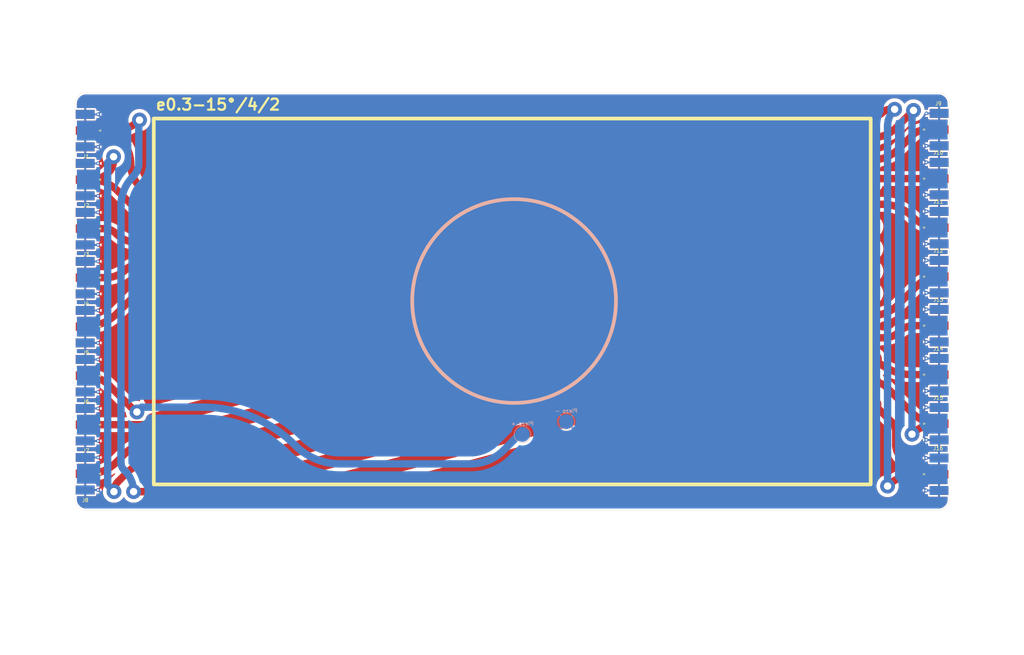
<source format=kicad_pcb>
(kicad_pcb
	(version 20240108)
	(generator "pcbnew")
	(generator_version "8.0")
	(general
		(thickness 1.6)
		(legacy_teardrops no)
	)
	(paper "A2")
	(layers
		(0 "F.Cu" signal)
		(31 "B.Cu" signal)
		(32 "B.Adhes" user "B.Adhesive")
		(33 "F.Adhes" user "F.Adhesive")
		(34 "B.Paste" user)
		(35 "F.Paste" user)
		(36 "B.SilkS" user "B.Silkscreen")
		(37 "F.SilkS" user "F.Silkscreen")
		(38 "B.Mask" user)
		(39 "F.Mask" user)
		(40 "Dwgs.User" user "User.Drawings")
		(41 "Cmts.User" user "User.Comments")
		(42 "Eco1.User" user "User.Eco1")
		(43 "Eco2.User" user "User.Eco2")
		(44 "Edge.Cuts" user)
		(45 "Margin" user)
		(46 "B.CrtYd" user "B.Courtyard")
		(47 "F.CrtYd" user "F.Courtyard")
		(48 "B.Fab" user)
		(49 "F.Fab" user)
		(50 "User.1" user)
		(51 "User.2" user)
		(52 "User.3" user)
		(53 "User.4" user)
		(54 "User.5" user)
		(55 "User.6" user)
		(56 "User.7" user)
		(57 "User.8" user)
		(58 "User.9" user)
	)
	(setup
		(stackup
			(layer "F.SilkS"
				(type "Top Silk Screen")
			)
			(layer "F.Paste"
				(type "Top Solder Paste")
			)
			(layer "F.Mask"
				(type "Top Solder Mask")
				(thickness 0.01)
			)
			(layer "F.Cu"
				(type "copper")
				(thickness 0.035)
			)
			(layer "dielectric 1"
				(type "core")
				(thickness 1.51)
				(material "FR4")
				(epsilon_r 4.5)
				(loss_tangent 0.02)
			)
			(layer "B.Cu"
				(type "copper")
				(thickness 0.035)
			)
			(layer "B.Mask"
				(type "Bottom Solder Mask")
				(thickness 0.01)
			)
			(layer "B.Paste"
				(type "Bottom Solder Paste")
			)
			(layer "B.SilkS"
				(type "Bottom Silk Screen")
			)
			(copper_finish "None")
			(dielectric_constraints no)
		)
		(pad_to_mask_clearance 0)
		(allow_soldermask_bridges_in_footprints no)
		(pcbplotparams
			(layerselection 0x00010fc_ffffffff)
			(plot_on_all_layers_selection 0x0000000_00000000)
			(disableapertmacros no)
			(usegerberextensions no)
			(usegerberattributes yes)
			(usegerberadvancedattributes yes)
			(creategerberjobfile yes)
			(dashed_line_dash_ratio 12.000000)
			(dashed_line_gap_ratio 3.000000)
			(svgprecision 4)
			(plotframeref no)
			(viasonmask no)
			(mode 1)
			(useauxorigin no)
			(hpglpennumber 1)
			(hpglpenspeed 20)
			(hpglpendiameter 15.000000)
			(pdf_front_fp_property_popups yes)
			(pdf_back_fp_property_popups yes)
			(dxfpolygonmode yes)
			(dxfimperialunits yes)
			(dxfusepcbnewfont yes)
			(psnegative no)
			(psa4output no)
			(plotreference yes)
			(plotvalue yes)
			(plotfptext yes)
			(plotinvisibletext no)
			(sketchpadsonfab no)
			(subtractmaskfromsilk no)
			(outputformat 1)
			(mirror no)
			(drillshape 0)
			(scaleselection 1)
			(outputdirectory "build/")
		)
	)
	(net 0 "")
	(net 1 "/Probe")
	(net 2 "GND")
	(footprint "Connector_Coaxial:SMA_Molex_73251-1153_EdgeMount_Horizontal" (layer "F.Cu") (at 150.97 212.4))
	(footprint "Connector_Coaxial:SMA_Molex_73251-1153_EdgeMount_Horizontal" (layer "F.Cu") (at 150.97 159.48))
	(footprint "Connector_Coaxial:SMA_Molex_73251-1153_EdgeMount_Horizontal" (layer "F.Cu") (at 377.96 239 180))
	(footprint "Connector_Coaxial:SMA_Molex_73251-1153_EdgeMount_Horizontal" (layer "F.Cu") (at 150.97 199.17))
	(footprint "Connector_Coaxial:SMA_Molex_73251-1153_EdgeMount_Horizontal" (layer "F.Cu") (at 378 185.665375 180))
	(footprint "Connector_Coaxial:SMA_Molex_73251-1153_EdgeMount_Horizontal" (layer "F.Cu") (at 150.97 172.71))
	(footprint "Connector_Coaxial:SMA_Molex_73251-1153_EdgeMount_Horizontal" (layer "F.Cu") (at 150.97 238.86))
	(footprint "Connector_Coaxial:SMA_Molex_73251-1153_EdgeMount_Horizontal" (layer "F.Cu") (at 378 172.435375 180))
	(footprint "Connector_Coaxial:SMA_Molex_73251-1153_EdgeMount_Horizontal" (layer "F.Cu") (at 378 198.895375 180))
	(footprint "Connector_Coaxial:SMA_Molex_73251-1153_EdgeMount_Horizontal" (layer "F.Cu") (at 378 225.355375 180))
	(footprint "Connector_Coaxial:SMA_Molex_73251-1153_EdgeMount_Horizontal" (layer "F.Cu") (at 150.97 146.25))
	(footprint "Connector_Coaxial:SMA_Molex_73251-1153_EdgeMount_Horizontal" (layer "F.Cu") (at 378 212.125375 180))
	(footprint "Connector_Coaxial:SMA_Molex_73251-1153_EdgeMount_Horizontal" (layer "F.Cu") (at 150.97 185.94))
	(footprint "Connector_Coaxial:SMA_Molex_73251-1153_EdgeMount_Horizontal" (layer "F.Cu") (at 150.97 225.63))
	(footprint "Connector_Coaxial:SMA_Molex_73251-1153_EdgeMount_Horizontal" (layer "F.Cu") (at 378 145.975375 180))
	(footprint "Connector_Coaxial:SMA_Molex_73251-1153_EdgeMount_Horizontal" (layer "F.Cu") (at 378 159.205375 180))
	(footprint "TestPoint:TestPoint_Pad_D4.0mm" (layer "B.Cu") (at 267.25 228.25 180))
	(footprint "TestPoint:TestPoint_Pad_D4.0mm" (layer "B.Cu") (at 279.1 224.8 180))
	(gr_circle
		(center 265 192.25)
		(end 292.501136 192.25)
		(stroke
			(width 1)
			(type default)
		)
		(fill none)
		(layer "B.SilkS")
		(uuid "e5a473ad-48a6-48af-81ad-fdd1ffb600ed")
	)
	(gr_rect
		(start 167.75 143)
		(end 361.25 241.75)
		(locked yes)
		(stroke
			(width 1)
			(type default)
		)
		(fill none)
		(layer "F.SilkS")
		(uuid "54f03c72-d9b5-45cb-800c-01af6d85654b")
	)
	(gr_line
		(start 169.831027 241.746491)
		(end 359.168973 191.003509)
		(stroke
			(width 4)
			(type default)
		)
		(layer "Dwgs.User")
		(uuid "12d06946-9716-48fe-97f0-cdf004271388")
	)
	(gr_line
		(start 169.831027 187.746491)
		(end 359.168973 137.003509)
		(stroke
			(width 4)
			(type default)
		)
		(layer "Dwgs.User")
		(uuid "1c89d3cd-4476-4848-86bd-24ff8d718986")
	)
	(gr_line
		(start 169.831027 259.746491)
		(end 359.168973 209.003509)
		(stroke
			(width 4)
			(type default)
		)
		(layer "Dwgs.User")
		(uuid "1f39fa82-5ba8-4164-9399-c37e82864580")
	)
	(gr_line
		(start 169.831027 253.746491)
		(end 359.168973 203.003509)
		(stroke
			(width 4)
			(type default)
		)
		(layer "Dwgs.User")
		(uuid "28feb6bc-d824-413f-bf96-68049ac1140e")
	)
	(gr_line
		(start 169.831027 229.746491)
		(end 359.168973 179.003509)
		(stroke
			(width 4)
			(type default)
		)
		(layer "Dwgs.User")
		(uuid "34a7d373-433e-4c8c-b862-80ef51fff57e")
	)
	(gr_line
		(start 169.831027 217.746491)
		(end 359.168973 167.003509)
		(stroke
			(width 4)
			(type default)
		)
		(layer "Dwgs.User")
		(uuid "36dabd8a-59a5-4bd5-aa4b-b10c58a48925")
	)
	(gr_poly
		(pts
			(xy 330.897881 181.468042) (xy 328.357882 177.068631) (xy 301.961427 192.308631) (xy 304.501428 196.708041)
		)
		(stroke
			(width 1)
			(type default)
		)
		(fill none)
		(layer "Dwgs.User")
		(uuid "3d062dd9-ca32-46fb-bc94-cb97c65dd5e1")
	)
	(gr_poly
		(pts
			(xy 311.734001 192.714001) (xy 311.734001 197.794) (xy 342.213999 197.794001) (xy 342.214001 192.714001)
		)
		(stroke
			(width 1)
			(type default)
		)
		(fill none)
		(layer "Dwgs.User")
		(uuid "3d474698-3ab4-4174-bdf3-4f360924b4b7")
	)
	(gr_line
		(start 169.831027 175.746491)
		(end 359.168973 125.003509)
		(stroke
			(width 4)
			(type default)
		)
		(layer "Dwgs.User")
		(uuid "406468e6-fe9f-4554-853b-14345e4b7564")
	)
	(gr_line
		(start 169.831027 247.746491)
		(end 359.168973 197.003509)
		(stroke
			(width 4)
			(type default)
		)
		(layer "Dwgs.User")
		(uuid "46bd62e6-cc55-4ac0-a4d1-7fefff2a4d07")
	)
	(gr_line
		(start 169.831027 199.746491)
		(end 359.168973 149.003509)
		(stroke
			(width 4)
			(type default)
		)
		(layer "Dwgs.User")
		(uuid "558edb72-aae1-425a-a648-96bfe2717d99")
	)
	(gr_line
		(start 169.831027 169.746491)
		(end 359.168973 119.003509)
		(stroke
			(width 4)
			(type default)
		)
		(layer "Dwgs.User")
		(uuid "56f0082a-58ee-44c0-8437-6d570ba2ce3c")
	)
	(gr_poly
		(pts
			(xy 259.301705 182.32955) (xy 256.761704 177.930141) (xy 230.365251 193.170141) (xy 232.90525 197.569551)
		)
		(stroke
			(width 1)
			(type default)
		)
		(fill none)
		(layer "Dwgs.User")
		(uuid "64759be3-b8a1-4573-9508-982d5ca7f63c")
	)
	(gr_line
		(start 169.831027 211.746491)
		(end 359.168973 161.003509)
		(stroke
			(width 4)
			(type default)
		)
		(layer "Dwgs.User")
		(uuid "6dc47b2b-9559-456a-9af0-9b53231d5a52")
	)
	(gr_line
		(start 169.831027 193.746491)
		(end 359.168973 143.003509)
		(stroke
			(width 4)
			(type default)
		)
		(layer "Dwgs.User")
		(uuid "7a609102-a945-47b2-835c-82956251e8c3")
	)
	(gr_poly
		(pts
			(xy 277.199585 211.29759) (xy 274.659586 206.898182) (xy 248.263133 222.13818) (xy 250.803131 226.53759)
		)
		(stroke
			(width 1)
			(type default)
		)
		(fill none)
		(layer "Dwgs.User")
		(uuid "7b03c1d1-2152-4df8-aa66-ddbb84cdcde9")
	)
	(gr_poly
		(pts
			(xy 267.014273 168.192835) (xy 265.699473 173.099737) (xy 295.14089 180.988542) (xy 296.455692 176.081639)
		)
		(stroke
			(width 1)
			(type default)
		)
		(fill none)
		(layer "Dwgs.User")
		(uuid "7b6520e5-ceba-4057-8c73-ac991a13aff2")
	)
	(gr_line
		(start 169.831027 271.746491)
		(end 359.168973 221.003509)
		(stroke
			(width 4)
			(type default)
		)
		(layer "Dwgs.User")
		(uuid "8c8f162f-c075-4712-8be7-48271a8d3876")
	)
	(gr_poly
		(pts
			(xy 312.75 226.75) (xy 312.750001 231.830001) (xy 343.229999 231.83) (xy 343.230001 226.75)
		)
		(stroke
			(width 1)
			(type default)
		)
		(fill none)
		(layer "Dwgs.User")
		(uuid "98a553bb-0756-4756-81ad-5376466cde46")
	)
	(gr_line
		(start 169.831027 265.746491)
		(end 359.168973 215.003509)
		(stroke
			(width 4)
			(type default)
		)
		(layer "Dwgs.User")
		(uuid "a33e05fc-be36-4e4c-a4cd-e31fd49e593f")
	)
	(gr_poly
		(pts
			(xy 313 152.5) (xy 310.459999 148.100591) (xy 284.063547 163.340591) (xy 286.603546 167.74)
		)
		(stroke
			(width 1)
			(type default)
		)
		(fill none)
		(layer "Dwgs.User")
		(uuid "a5da3488-efc3-4e30-b9c4-61175207bf83")
	)
	(gr_line
		(start 169.831027 181.746491)
		(end 359.168973 131.003509)
		(stroke
			(width 4)
			(type default)
		)
		(layer "Dwgs.User")
		(uuid "a8b028b1-eeb6-48cf-98f6-94afd724b1b8")
	)
	(gr_line
		(start 169.831027 163.746491)
		(end 359.168973 113.003509)
		(stroke
			(width 4)
			(type default)
		)
		(layer "Dwgs.User")
		(uuid "a8ba4199-901d-4188-bc6e-62d63c401258")
	)
	(gr_poly
		(pts
			(xy 259.186488 201.332045) (xy 257.871688 206.238949) (xy 287.313106 214.127752) (xy 288.627908 209.22085)
		)
		(stroke
			(width 1)
			(type default)
		)
		(fill none)
		(layer "Dwgs.User")
		(uuid "aacbc04f-039a-43c3-a042-5cd6da7c1025")
	)
	(gr_rect
		(start 166.936775 142.335375)
		(end 361.936775 242.335375)
		(locked yes)
		(stroke
			(width 0.1)
			(type default)
		)
		(fill none)
		(layer "Dwgs.User")
		(uuid "b188ef5f-c132-4a42-8a1f-c97306626a2e")
	)
	(gr_poly
		(pts
			(xy 251.331137 225.734001) (xy 251.331138 230.814001) (xy 281.811136 230.814) (xy 281.811137 225.734001)
		)
		(stroke
			(width 1)
			(type default)
		)
		(fill none)
		(layer "Dwgs.User")
		(uuid "bd0fccf9-99fb-4c54-bb2a-1c107999d4b4")
	)
	(gr_poly
		(pts
			(xy 250.315139 191.698) (xy 250.315137 196.778001) (xy 280.795137 196.778001) (xy 280.795137 191.698)
		)
		(stroke
			(width 1)
			(type default)
		)
		(fill none)
		(layer "Dwgs.User")
		(uuid "c7510cc2-f437-4a85-a1eb-97b399fcd93f")
	)
	(gr_poly
		(pts
			(xy 207.951168 151.315082) (xy 206.636366 156.221985) (xy 236.077785 164.11079) (xy 237.392586 159.203886)
		)
		(stroke
			(width 1)
			(type default)
		)
		(fill none)
		(layer "Dwgs.User")
		(uuid "d0859df3-fe1e-4083-bf04-397660361ae6")
	)
	(gr_line
		(start 169.831027 205.746491)
		(end 359.168973 155.003509)
		(stroke
			(width 4)
			(type default)
		)
		(layer "Dwgs.User")
		(uuid "d1d6c7fe-43ff-4c93-a8e2-3bd71b74d8b9")
	)
	(gr_line
		(start 169.831027 223.746491)
		(end 359.168973 173.003509)
		(stroke
			(width 4)
			(type default)
		)
		(layer "Dwgs.User")
		(uuid "e2b9bc01-550b-42f7-88ca-1f8fdc36e67b")
	)
	(gr_line
		(start 169.831027 235.746491)
		(end 359.168973 185.003509)
		(stroke
			(width 4)
			(type default)
		)
		(layer "Dwgs.User")
		(uuid "e323af2f-8e97-494e-b308-be01a8f74549")
	)
	(gr_poly
		(pts
			(xy 200.123382 184.454294) (xy 198.808582 189.361197) (xy 228.25 197.25) (xy 229.564801 192.343098)
		)
		(stroke
			(width 1)
			(type default)
		)
		(fill none)
		(layer "Dwgs.User")
		(uuid "ff36d359-8487-4d3d-87d0-1c4bdd7ca676")
	)
	(gr_line
		(start 149.5 136)
		(end 379.5 136)
		(locked yes)
		(stroke
			(width 0.05)
			(type default)
		)
		(layer "Edge.Cuts")
		(uuid "2f5ae4f8-97f9-4bfb-937e-50a0ba4008f3")
	)
	(gr_line
		(start 146.5 245.75)
		(end 146.5 139)
		(locked yes)
		(stroke
			(width 0.05)
			(type default)
		)
		(layer "Edge.Cuts")
		(uuid "316d13b3-73d5-41a6-9fa9-94c743df80d5")
	)
	(gr_line
		(start 382.5 139)
		(end 382.5 245.75)
		(locked yes)
		(stroke
			(width 0.05)
			(type default)
		)
		(layer "Edge.Cuts")
		(uuid "4fddf07c-e320-4799-8ff6-1cf6c3ad1845")
	)
	(gr_line
		(start 379.5 248.75)
		(end 149.5 248.75)
		(locked yes)
		(stroke
			(width 0.05)
			(type default)
		)
		(layer "Edge.Cuts")
		(uuid "5ec5f8e2-4165-4633-9795-08691b845872")
	)
	(gr_arc
		(start 379.5 136)
		(mid 381.62132 136.87868)
		(end 382.5 139)
		(locked yes)
		(stroke
			(width 0.05)
			(type default)
		)
		(layer "Edge.Cuts")
		(uuid "9fe77df0-7793-465b-a328-57346d49a84e")
	)
	(gr_arc
		(start 146.5 139)
		(mid 147.37868 136.87868)
		(end 149.5 136)
		(locked yes)
		(stroke
			(width 0.05)
			(type default)
		)
		(layer "Edge.Cuts")
		(uuid "a68598c3-306b-4f3d-a7b6-e194cde5e4ca")
	)
	(gr_arc
		(start 149.5 248.75)
		(mid 147.37868 247.87132)
		(end 146.5 245.75)
		(locked yes)
		(stroke
			(width 0.05)
			(type default)
		)
		(layer "Edge.Cuts")
		(uuid "b987136c-6ba1-4cc8-bb64-062607de593e")
	)
	(gr_arc
		(start 382.5 245.75)
		(mid 381.62132 247.87132)
		(end 379.5 248.75)
		(locked yes)
		(stroke
			(width 0.05)
			(type default)
		)
		(layer "Edge.Cuts")
		(uuid "f873f82d-7b07-4856-969f-53fe46c04aca")
	)
	(gr_text "e0.3-15°/4/2"
		(at 168 141 0)
		(layer "F.SilkS")
		(uuid "5fdc2d40-8c14-41ce-91c9-b636570a457d")
		(effects
			(font
				(size 3 3)
				(thickness 0.6)
				(bold yes)
			)
			(justify left bottom)
		)
	)
	(dimension
		(type aligned)
		(locked yes)
		(layer "Dwgs.User")
		(uuid "156edf18-1958-45e4-a370-f581a83024d5")
		(pts
			(xy 166.936775 142.335375) (xy 361.936775 142.335375)
		)
		(height -5.683375)
		(gr_text "195.0000 mm"
			(locked yes)
			(at 264.436775 135.502 0)
			(layer "Dwgs.User")
			(uuid "156edf18-1958-45e4-a370-f581a83024d5")
			(effects
				(font
					(size 1 1)
					(thickness 0.15)
				)
			)
		)
		(format
			(prefix "")
			(suffix "")
			(units 3)
			(units_format 1)
			(precision 4)
		)
		(style
			(thickness 0.1)
			(arrow_length 1.27)
			(text_position_mode 0)
			(extension_height 0.58642)
			(extension_offset 0.5) keep_text_aligned)
	)
	(dimension
		(type aligned)
		(layer "Dwgs.User")
		(uuid "4fbe3f2a-d7f0-464a-b760-bc9dfb629e95")
		(pts
			(xy 311.734001 192.714001) (xy 342.214001 192.714001)
		)
		(height -1.016)
		(gr_text "30.4800 mm"
			(at 326.974001 190.548001 0)
			(layer "Dwgs.User")
			(uuid "4fbe3f2a-d7f0-464a-b760-bc9dfb629e95")
			(effects
				(font
					(size 1 1)
					(thickness 0.15)
				)
			)
		)
		(format
			(prefix "")
			(suffix "")
			(units 3)
			(units_format 1)
			(precision 4)
		)
		(style
			(thickness 0.1)
			(arrow_length 1.27)
			(text_position_mode 0)
			(extension_height 0.58642)
			(extension_offset 0.5) keep_text_aligned)
	)
	(dimension
		(type aligned)
		(layer "Dwgs.User")
		(uuid "5bb69e2a-49f2-407e-a978-dd9ad46c4c27")
		(pts
			(xy 382.256775 142.335375) (xy 402.576775 142.335375)
		)
		(height 144.78)
		(gr_text "20.3200 mm"
			(at 392.416775 285.965375 0)
			(layer "Dwgs.User")
			(uuid "5bb69e2a-49f2-407e-a978-dd9ad46c4c27")
			(effects
				(font
					(size 1 1)
					(thickness 0.15)
				)
			)
		)
		(format
			(prefix "")
			(suffix "")
			(units 3)
			(units_format 1)
			(precision 4)
		)
		(style
			(thickness 0.1)
			(arrow_length 1.27)
			(text_position_mode 0)
			(extension_height 0.58642)
			(extension_offset 0.5) keep_text_aligned)
	)
	(dimension
		(type aligned)
		(layer "Dwgs.User")
		(uuid "67701a89-ecda-437a-b3b8-760a019c3e11")
		(pts
			(xy 259.301705 182.32955) (xy 232.90525 197.569551)
		)
		(height -1.016)
		(gr_text "30.4800 mm"
			(at 246.036477 189.833504 30.00000166)
			(layer "Dwgs.User")
			(uuid "67701a89-ecda-437a-b3b8-760a019c3e11")
			(effects
				(font
					(size 1 1)
					(thickness 0.15)
				)
			)
		)
		(format
			(prefix "")
			(suffix "")
			(units 3)
			(units_format 1)
			(precision 4)
		)
		(style
			(thickness 0.1)
			(arrow_length 1.27)
			(text_position_mode 0)
			(extension_height 0.58642)
			(extension_offset 0.5) keep_text_aligned)
	)
	(dimension
		(type aligned)
		(layer "Dwgs.User")
		(uuid "68731249-8410-4ae2-98ca-c05ab0c9a1a1")
		(pts
			(xy 259.186488 201.332045) (xy 288.627908 209.22085)
		)
		(height -1.016)
		(gr_text "30.4800 mm"
			(at 274.4678 203.184252 344.9999977)
			(layer "Dwgs.User")
			(uuid "68731249-8410-4ae2-98ca-c05ab0c9a1a1")
			(effects
				(font
					(size 1 1)
					(thickness 0.15)
				)
			)
		)
		(format
			(prefix "")
			(suffix "")
			(units 3)
			(units_format 1)
			(precision 4)
		)
		(style
			(thickness 0.1)
			(arrow_length 1.27)
			(text_position_mode 0)
			(extension_height 0.58642)
			(extension_offset 0.5) keep_text_aligned)
	)
	(dimension
		(type aligned)
		(layer "Dwgs.User")
		(uuid "69e9b9fb-8954-4ca0-b765-a925ae60b987")
		(pts
			(xy 277.199585 211.29759) (xy 250.803131 226.53759)
		)
		(height -1.016)
		(gr_text "30.4800 mm"
			(at 263.934358 218.801543 30.00000029)
			(layer "Dwgs.User")
			(uuid "69e9b9fb-8954-4ca0-b765-a925ae60b987")
			(effects
				(font
					(size 1 1)
					(thickness 0.15)
				)
			)
		)
		(format
			(prefix "")
			(suffix "")
			(units 3)
			(units_format 1)
			(precision 4)
		)
		(style
			(thickness 0.1)
			(arrow_length 1.27)
			(text_position_mode 0)
			(extension_height 0.58642)
			(extension_offset 0.5) keep_text_aligned)
	)
	(dimension
		(type aligned)
		(layer "Dwgs.User")
		(uuid "7ed7e010-a4ba-4459-9800-d1d13ea6dfd9")
		(pts
			(xy 259.186488 201.332045) (xy 257.871688 206.238949)
		)
		(height 1.016)
		(gr_text "5.0800 mm"
			(at 256.075637 203.128096 75.0000105)
			(layer "Dwgs.User")
			(uuid "7ed7e010-a4ba-4459-9800-d1d13ea6dfd9")
			(effects
				(font
					(size 1 1)
					(thickness 0.15)
				)
			)
		)
		(format
			(prefix "")
			(suffix "")
			(units 3)
			(units_format 1)
			(precision 4)
		)
		(style
			(thickness 0.1)
			(arrow_length 1.27)
			(text_position_mode 2)
			(extension_height 0.58642)
			(extension_offset 0.5) keep_text_aligned)
	)
	(dimension
		(type aligned)
		(locked yes)
		(layer "Dwgs.User")
		(uuid "83dec78c-58c6-4fbc-94f1-1ba3ff84864c")
		(pts
			(xy 361.936775 142.335375) (xy 361.936775 242.335375)
		)
		(height -3.67056)
		(gr_text "100.0000 mm"
			(locked yes)
			(at 364.457335 192.335375 90)
			(layer "Dwgs.User")
			(uuid "83dec78c-58c6-4fbc-94f1-1ba3ff84864c")
			(effects
				(font
					(size 1 1)
					(thickness 0.15)
				)
			)
		)
		(format
			(prefix "")
			(suffix "")
			(units 3)
			(units_format 1)
			(precision 4)
		)
		(style
			(thickness 0.1)
			(arrow_length 1.27)
			(text_position_mode 0)
			(extension_height 0.58642)
			(extension_offset 0.5) keep_text_aligned)
	)
	(dimension
		(type aligned)
		(layer "Dwgs.User")
		(uuid "8d8042d8-5abe-4a96-9161-37b47220b7be")
		(pts
			(xy 361.936775 142.335375) (xy 382.256775 142.335375)
		)
		(height 144.78)
		(gr_text "20.3200 mm"
			(at 372.096775 285.965375 0)
			(layer "Dwgs.User")
			(uuid "8d8042d8-5abe-4a96-9161-37b47220b7be")
			(effects
				(font
					(size 1 1)
					(thickness 0.15)
				)
			)
		)
		(format
			(prefix "")
			(suffix "")
			(units 3)
			(units_format 1)
			(precision 4)
		)
		(style
			(thickness 0.1)
			(arrow_length 1.27)
			(text_position_mode 0)
			(extension_height 0.58642)
			(extension_offset 0.5) keep_text_aligned)
	)
	(dimension
		(type aligned)
		(layer "Dwgs.User")
		(uuid "a2b844e4-7b63-4d43-8f04-714dfec028c3")
		(pts
			(xy 146.616775 142.335375) (xy 166.936775 142.335375)
		)
		(height 144.78)
		(gr_text "20.3200 mm"
			(at 156.776775 285.965375 0)
			(layer "Dwgs.User")
			(uuid "a2b844e4-7b63-4d43-8f04-714dfec028c3")
			(effects
				(font
					(size 1 1)
					(thickness 0.15)
				)
			)
		)
		(format
			(prefix "")
			(suffix "")
			(units 3)
			(units_format 1)
			(precision 4)
		)
		(style
			(thickness 0.1)
			(arrow_length 1.27)
			(text_position_mode 0)
			(extension_height 0.58642)
			(extension_offset 0.5) keep_text_aligned)
	)
	(dimension
		(type aligned)
		(layer "Dwgs.User")
		(uuid "aca06f99-4c95-458c-9b20-e7d1f59a50f7")
		(pts
			(xy 312.75 226.75) (xy 343.230001 226.75)
		)
		(height -1.016)
		(gr_text "30.4800 mm"
			(at 327.990001 224.584 0)
			(layer "Dwgs.User")
			(uuid "aca06f99-4c95-458c-9b20-e7d1f59a50f7")
			(effects
				(font
					(size 1 1)
					(thickness 0.15)
				)
			)
		)
		(format
			(prefix "")
			(suffix "")
			(units 3)
			(units_format 1)
			(precision 4)
		)
		(style
			(thickness 0.1)
			(arrow_length 1.27)
			(text_position_mode 0)
			(extension_height 0.58642)
			(extension_offset 0.5) keep_text_aligned)
	)
	(dimension
		(type aligned)
		(layer "Dwgs.User")
		(uuid "bd4c8a83-7f91-428e-8144-16fcaf08f5d0")
		(pts
			(xy 361.25 241.75) (xy 361.25 248.75)
		)
		(height -10.25)
		(gr_text "7.0000 mm"
			(at 370.35 245.25 90)
			(layer "Dwgs.User")
			(uuid "bd4c8a83-7f91-428e-8144-16fcaf08f5d0")
			(effects
				(font
					(size 1 1)
					(thickness 0.15)
				)
			)
		)
		(format
			(prefix "")
			(suffix "")
			(units 3)
			(units_format 1)
			(precision 4)
		)
		(style
			(thickness 0.1)
			(arrow_length 1.27)
			(text_position_mode 0)
			(extension_height 0.58642)
			(extension_offset 0.5) keep_text_aligned)
	)
	(dimension
		(type aligned)
		(layer "Dwgs.User")
		(uuid "caa585c7-ec54-4c83-a347-6d91938fb3e2")
		(pts
			(xy 312.75 226.75) (xy 312.750001 231.830001)
		)
		(height 1.016)
		(gr_text "5.0800 mm"
			(at 310.210001 229.29 270.0000226)
			(layer "Dwgs.User")
			(uuid "caa585c7-ec54-4c83-a347-6d91938fb3e2")
			(effects
				(font
					(size 1 1)
					(thickness 0.15)
				)
			)
		)
		(format
			(prefix "")
			(suffix "")
			(units 3)
			(units_format 1)
			(precision 4)
		)
		(style
			(thickness 0.1)
			(arrow_length 1.27)
			(text_position_mode 2)
			(extension_height 0.58642)
			(extension_offset 0.5) keep_text_aligned)
	)
	(dimension
		(type aligned)
		(layer "Dwgs.User")
		(uuid "d517e20d-7470-4a3b-b58a-eaa595f2c658")
		(pts
			(xy 259.301705 182.32955) (xy 256.761704 177.930141)
		)
		(height 1.016)
		(gr_text "5.0800 mm"
			(at 260.231409 178.859846 -59.99998582)
			(layer "Dwgs.User")
			(uuid "d517e20d-7470-4a3b-b58a-eaa595f2c658")
			(effects
				(font
					(size 1 1)
					(thickness 0.15)
				)
			)
		)
		(format
			(prefix "")
			(suffix "")
			(units 3)
			(units_format 1)
			(precision 4)
		)
		(style
			(thickness 0.1)
			(arrow_length 1.27)
			(text_position_mode 2)
			(extension_height 0.58642)
			(extension_offset 0.5) keep_text_aligned)
	)
	(dimension
		(type aligned)
		(layer "Dwgs.User")
		(uuid "e9fd1ab5-6024-4c60-b755-a3799ce19e49")
		(pts
			(xy 126.296775 142.335375) (xy 146.616775 142.335375)
		)
		(height 144.78)
		(gr_text "20.3200 mm"
			(at 136.456775 285.965375 0)
			(layer "Dwgs.User")
			(uuid "e9fd1ab5-6024-4c60-b755-a3799ce19e49")
			(effects
				(font
					(size 1 1)
					(thickness 0.15)
				)
			)
		)
		(format
			(prefix "")
			(suffix "")
			(units 3)
			(units_format 1)
			(precision 4)
		)
		(style
			(thickness 0.1)
			(arrow_length 1.27)
			(text_position_mode 0)
			(extension_height 0.58642)
			(extension_offset 0.5) keep_text_aligned)
	)
	(dimension
		(type aligned)
		(layer "Dwgs.User")
		(uuid "fd58442d-e6f9-4629-bb1f-3823650ab0a7")
		(pts
			(xy 267.014273 168.192835) (xy 296.455692 176.081639)
		)
		(height -1.016)
		(gr_text "30.4800 mm"
			(at 282.295585 170.045041 345.0000013)
			(layer "Dwgs.User")
			(uuid "fd58442d-e6f9-4629-bb1f-3823650ab0a7")
			(effects
				(font
					(size 1 1)
					(thickness 0.15)
				)
			)
		)
		(format
			(prefix "")
			(suffix "")
			(units 3)
			(units_format 1)
			(precision 4)
		)
		(style
			(thickness 0.1)
			(arrow_length 1.27)
			(text_position_mode 0)
			(extension_height 0.58642)
			(extension_offset 0.5) keep_text_aligned)
	)
	(segment
		(start 372.269119 222.269119)
		(end 365.564016 215.564016)
		(width 2)
		(layer "F.Cu")
		(net 1)
		(uuid "0b85264f-931b-4cd5-b12f-fa2350eea65a")
	)
	(segment
		(start 230 243.5)
		(end 362.256767 207.854815)
		(width 4)
		(locked yes)
		(layer "F.Cu")
		(net 1)
		(uuid "10485303-fa46-44d1-9710-aee0c52f44fa")
	)
	(segment
		(start 372.4 147.6)
		(end 368.811939 151.188061)
		(width 2)
		(layer "F.Cu")
		(net 1)
		(uuid "117079ce-4127-4e0b-b928-36155ed93e93")
	)
	(segment
		(start 159 149)
		(end 159.025126 149.025126)
		(width 2)
		(layer "F.Cu")
		(net 1)
		(uuid "132c2d5f-62b6-44a2-984c-254d172c86b0")
	)
	(segment
		(start 167.15114 170.654161)
		(end 276 141.5)
		(width 4)
		(locked yes)
		(layer "F.Cu")
		(net 1)
		(uuid "1525b37f-0549-4c9c-863e-407cae4a951a")
	)
	(segment
		(start 167.5 242.5)
		(end 361.65114 190.154161)
		(width 4)
		(locked yes)
		(layer "F.Cu")
		(net 1)
		(uuid "1711251f-1ab5-4a95-845c-cfd6a3a4a798")
	)
	(segment
		(start 162.683457 182.654161)
		(end 167.15114 182.654161)
		(width 2)
		(layer "F.Cu")
		(net 1)
		(uuid "2136384d-e7fb-44e7-9919-0e8cb758bc1f")
	)
	(segment
		(start 163.2 222.2)
		(end 162.9 222.2)
		(width 2)
		(layer "F.Cu")
		(net 1)
		(uuid "21c1a3f6-13fd-4675-a94f-36fea894250f")
	)
	(segment
		(start 167.15114 176.5)
		(end 296.5 141.845839)
		(width 4)
		(locked yes)
		(layer "F.Cu")
		(net 1)
		(uuid "24f1aeb4-d75c-4386-b98f-4d1730b89bb7")
	)
	(segment
		(start 163.535533 176.5)
		(end 167.15114 176.5)
		(width 2)
		(layer "F.Cu")
		(net 1)
		(uuid "2c3dcf7d-ac74-4fc9-b53f-d87a64b0f8b3")
	)
	(segment
		(start 167 206.5)
		(end 361.65114 154.154161)
		(width 4)
		(locked yes)
		(layer "F.Cu")
		(net 1)
		(uuid "304e22fe-4029-4f36-989e-eb4fab2df372")
	)
	(segment
		(start 372.8 140.8)
		(end 368.129097 145.470903)
		(width 2)
		(layer "F.Cu")
		(net 1)
		(uuid "35d9c30c-c2c8-4bf9-8cbe-74f9fd11de4a")
	)
	(segment
		(start 372.405687 169.405688)
		(end 372.4 169.4)
		(width 2)
		(layer "F.Cu")
		(net 1)
		(uuid "38538310-9c73-4849-9591-f8e455745ab7")
	)
	(segment
		(start 157.5 235.9)
		(end 160.000862 233.399138)
		(width 2)
		(layer "F.Cu")
		(net 1)
		(uuid "388f86aa-be78-4226-bc5f-df9340b8c1f7")
	)
	(segment
		(start 167.5 224.5)
		(end 361.65114 172.154161)
		(width 4)
		(locked yes)
		(layer "F.Cu")
		(net 1)
		(uuid "3a06327a-322d-4d23-b7e3-7fb0e8735ee9")
	)
	(segment
		(start 165.287005 236.5)
		(end 167 236.5)
		(width 2)
		(layer "F.Cu")
		(net 1)
		(uuid "42a93d96-8090-40d9-b9ee-27494e5a3066")
	)
	(segment
		(start 149.25 146.25)
		(end 152.360913 146.25)
		(width 2)
		(layer "F.Cu")
		(net 1)
		(uuid "45a20128-b779-4da2-b340-c6e02da57a5d")
	)
	(segment
		(start 251 244)
		(end 362.15114 214.150356)
		(width 4)
		(locked yes)
		(layer "F.Cu")
		(net 1)
		(uuid "4925c74f-6b2c-4391-9c6c-0d77a925bb9d")
	)
	(segment
		(start 149.25 225.63)
		(end 164.771939 225.63)
		(width 2)
		(layer "F.Cu")
		(net 1)
		(uuid "4b073f09-5707-4e31-ae75-3eb3811bba25")
	)
	(segment
		(start 371.2 190.7)
		(end 368.641229 193.258771)
		(width 2)
		(layer "F.Cu")
		(net 1)
		(uuid "5003faa6-5a78-415b-8ca2-98692667be3b")
	)
	(segment
		(start 149.25 238.86)
		(end 150.353928 238.86)
		(width 2)
		(layer "F.Cu")
		(net 1)
		(uuid "506afc1d-826d-4062-9242-247b322c1c9a")
	)
	(segment
		(start 167.15114 182.654161)
		(end 319.5 141.5)
		(width 4)
		(locked yes)
		(layer "F.Cu")
		(net 1)
		(uuid "586eb486-9547-4764-8aba-c71c95cf0bbf")
	)
	(segment
		(start 373.770092 188.129907)
		(end 371.2 190.7)
		(width 2)
		(layer "F.Cu")
		(net 1)
		(uuid "5c2ba3db-9cb8-430b-b356-c463f019abbd")
	)
	(segment
		(start 187 243)
		(end 361.65114 196.154161)
		(width 4)
		(locked yes)
		(layer "F.Cu")
		(net 1)
		(uuid "5f4afc29-ec0f-4251-a6ea-76fd5cd1215b")
	)
	(segment
		(start 162.9 222.2)
		(end 155.822361 215.122361)
		(width 2)
		(layer "F.Cu")
		(net 1)
		(uuid "6253eac1-498e-4687-928d-de00b521d3d7")
	)
	(segment
		(start 167 230.5)
		(end 361.65114 178.154161)
		(width 4)
		(locked yes)
		(layer "F.Cu")
		(net 1)
		(uuid "62a35759-0ad1-4efb-b9d6-0a7b092640e2")
	)
	(segment
		(start 364.563852 166.154161)
		(end 361.65114 166.154161)
		(width 2)
		(layer "F.Cu")
		(net 1)
		(uuid "62fd763c-bb17-4f0f-9821-2c2276b5f0e7")
	)
	(segment
		(start 167 236.5)
		(end 361.65114 184.154161)
		(width 4)
		(locked yes)
		(layer "F.Cu")
		(net 1)
		(uuid "63d403bc-9135-4f80-ac90-edbc7530e531")
	)
	(segment
		(start 379.68 239)
		(end 373.525483 239)
		(width 2)
		(layer "F.Cu")
		(net 1)
		(uuid "65dcc1e0-5e38-46a8-8d17-b51e61343eea")
	)
	(segment
		(start 164.328427 161.828427)
		(end 167 164.5)
		(width 2)
		(layer "F.Cu")
		(net 1)
		(uuid "695f0ebb-f393-47b5-bcd0-b959a20c4d66")
	)
	(segment
		(start 277.082164 243.15594)
		(end 362.15114 220.154161)
		(width 4)
		(locked yes)
		(layer "F.Cu")
		(net 1)
		(uuid "69ec0a78-2ee1-4cef-bf37-7b1cda38c53b")
	)
	(segment
		(start 205.5 244)
		(end 361.791386 202.183797)
		(width 4)
		(locked yes)
		(layer "F.Cu")
		(net 1)
		(uuid "6d78f68b-0b5d-42b2-87d1-9e543ededf8b")
	)
	(segment
		(start 358.850502 155.354646)
		(end 357.683387 155.456755)
		(width 2)
		(locked yes)
		(layer "F.Cu")
		(net 1)
		(uuid "6de0f48b-1eb8-4f79-a919-ffccbc2734ef")
	)
	(segment
		(start 368 231.006815)
		(end 368 227.5)
		(width 2)
		(layer "F.Cu")
		(net 1)
		(uuid "6f66e3a9-60cd-4e95-a74d-bb093bfd20e9")
	)
	(segment
		(start 158 162.5)
		(end 165.44919 169.94919)
		(width 2)
		(layer "F.Cu")
		(net 1)
		(uuid "76e5f55a-8f25-4c9e-ba26-49deafd5d74e")
	)
	(segment
		(start 369.5 234.5)
		(end 369.406901 234.403374)
		(width 2)
		(layer "F.Cu")
		(net 1)
		(uuid "78fe4dba-76d5-4b07-8e11-cb000c18de6f")
	)
	(segment
		(start 149.25 185.94)
		(end 154.750741 185.94)
		(width 2)
		(layer "F.Cu")
		(net 1)
		(uuid "795c8e28-9c1a-4843-bc81-ab99679fad2d")
	)
	(segment
		(start 167 164.5)
		(end 249.5 142)
		(width 4)
		(locked yes)
		(layer "F.Cu")
		(net 1)
		(uuid "7d4c3eb6-8ce0-4a7d-a235-c85a82723d08")
	)
	(segment
		(start 364.934955 202.183797)
		(end 361.791386 202.183797)
		(width 2)
		(layer "F.Cu")
		(net 1)
		(uuid "7db3f87f-a999-4700-90f5-cfdb319c4db4")
	)
	(segment
		(start 158.131371 240.968629)
		(end 160.7 238.4)
		(width 2)
		(layer "F.Cu")
		(net 1)
		(uuid "7f3a02ce-05b1-4ce8-9870-296c48aa6894")
	)
	(segment
		(start 369.983634 234.983633)
		(end 369.5 234.5)
		(width 2)
		(layer "F.Cu")
		(net 1)
		(uuid "8b0c23c5-a9d7-4eea-b352-e198ae52cbd3")
	)
	(segment
		(start 362.579295 142.154161)
		(end 361.65114 142.154161)
		(width 2)
		(layer "F.Cu")
		(net 1)
		(uuid "90005201-294e-40bc-82ff-f5bd3f72c17b")
	)
	(segment
		(start 156.9 154.220102)
		(end 156.9 153.3)
		(width 2)
		(layer "F.Cu")
		(net 1)
		(uuid "9087fd6e-2354-45ec-96d7-abf877b99e23")
	)
	(segment
		(start 367.7 140.5)
		(end 366.572792 140.5)
		(width 2)
		(layer "F.Cu")
		(net 1)
		(uuid "90e4de9f-6370-486d-871e-26383f79a065")
	)
	(segment
		(start 149.25 146.25)
		(end 157.019492 146.25)
		(width 2)
		(layer "F.Cu")
		(net 1)
		(uuid "91cb479e-8241-4dae-9997-80d4a65f6140")
	)
	(segment
		(start 379.72 198.895375)
		(end 372.873907 198.895375)
		(width 2)
		(layer "F.Cu")
		(net 1)
		(uuid "976088b6-6e54-4207-ae31-34ee47cb862b")
	)
	(segment
		(start 149.25 159.48)
		(end 150.961279 159.48)
		(width 2)
		(layer "F.Cu")
		(net 1)
		(uuid "97c93cf5-0a8b-4958-abd1-cdc89d3d3dce")
	)
	(segment
		(start 167 218.5)
		(end 361.65114 166.154161)
		(width 4)
		(locked yes)
		(layer "F.Cu")
		(net 1)
		(uuid "a06f5c92-08aa-4f27-ae91-78bb6bbde1c0")
	)
	(segment
		(start 366.941476 224.944497)
		(end 362.15114 220.154161)
		(width 2)
		(layer "F.Cu")
		(net 1)
		(uuid "a51243e9-9f9e-4f2f-8001-d6abbda367d5")
	)
	(segment
		(start 360.36582 185.336668)
		(end 360.298059 185.342596)
		(width 2)
		(locked yes)
		(layer "F.Cu")
		(net 1)
		(uuid "af45d541-fa53-4016-bcfc-fc1c12cdbe7a")
	)
	(segment
		(start 379.72 145.975375)
		(end 376.322191 145.975375)
		(width 2)
		(layer "F.Cu")
		(net 1)
		(uuid "af996b1f-22b3-47e5-8920-94bbeedb3619")
	)
	(segment
		(start 379.72 159.205375)
		(end 363.941712 159.205375)
		(width 2)
		(layer "F.Cu")
		(net 1)
		(uuid "c15877ff-3293-4ba4-a9bd-522e0d59e267")
	)
	(segment
		(start 157.751392 195.648608)
		(end 163.415076 189.984924)
		(width 2)
		(layer "F.Cu")
		(net 1)
		(uuid "c8e81d2d-4453-46ad-9be3-559ace7fc8ae")
	)
	(segment
		(start 358.377436 155.396034)
		(end 357.683387 155.456755)
		(width 2)
		(locked yes)
		(layer "F.Cu")
		(net 1)
		(uuid "ca380468-1a7d-402e-bbe3-f65f37be5e6a")
	)
	(segment
		(start 149.25 159.48)
		(end 150.709076 159.48)
		(width 2)
		(layer "F.Cu")
		(net 1)
		(uuid "cb8e1324-2524-4658-a9ea-ca26c4d15a49")
	)
	(segment
		(start 359.579755 161.313763)
		(end 358.206321 161.433923)
		(width 2)
		(locked yes)
		(layer "F.Cu")
		(net 1)
		(uuid "cc5798a6-ac66-463a-82b0-a098cf883052")
	)
	(segment
		(start 379.72 212.125375)
		(end 372.56681 212.125375)
		(width 2)
		(layer "F.Cu")
		(net 1)
		(uuid "d032730b-551c-4288-9cfe-7901567bacec")
	)
	(segment
		(start 379.72 225.355375)
		(end 379.267532 225.355375)
		(width 2)
		(layer "F.Cu")
		(net 1)
		(uuid "de516294-a6df-4a2c-ba9c-ad3130149506")
	)
	(segment
		(start 162.3 243.7)
		(end 164.602944 243.7)
		(width 2)
		(layer "F.Cu")
		(net 1)
		(uuid "e7d8767d-5328-4aea-a079-759295611d8b")
	)
	(segment
		(start 167.15114 194.154161)
		(end 361.65114 142.154161)
		(width 4)
		(locked yes)
		(layer "F.Cu")
		(net 1)
		(uuid "e7df1b94-29ac-4fb1-990c-879f1411322e")
	)
	(segment
		(start 149.25 172.71)
		(end 154.385665 172.71)
		(width 2)
		(layer "F.Cu")
		(net 1)
		(uuid "e894574c-b2b3-41d0-a17a-bdc7b076e621")
	)
	(segment
		(start 167 200.5)
		(end 361.65114 148.154161)
		(width 4)
		(locked yes)
		(layer "F.Cu")
		(net 1)
		(uuid "e96bd282-ad44-4802-a853-4623062533b2")
	)
	(segment
		(start 361.00828 191.303379)
		(end 360.820994 191.319764)
		(width 2)
		(locked yes)
		(layer "F.Cu")
		(net 1)
		(uuid "f1b8b331-f60d-44a2-a45b-41bfcac08ac2")
	)
	(segment
		(start 167 188.5)
		(end 344 141)
		(width 4)
		(locked yes)
		(layer "F.Cu")
		(net 1)
		(uuid "f5394d74-7270-42e8-84d9-d0eecbe77172")
	)
	(segment
		(start 166.5 212.5)
		(end 361.65114 160.154161)
		(width 4)
		(locked yes)
		(layer "F.Cu")
		(net 1)
		(uuid "f5cabb40-47cd-4248-9492-df31848428f2")
	)
	(via
		(at 163.2 222.2)
		(size 4)
		(drill 2)
		(layers "F.Cu" "B.Cu")
		(net 1)
		(uuid "27089cdf-3415-47bd-8fbf-dbb57a6bbd3f")
	)
	(via
		(at 372.8 140.8)
		(size 4)
		(drill 2)
		(layers "F.Cu" "B.Cu")
		(net 1)
		(uuid "59d0041c-39e0-46e6-a00f-2c769765fed3")
	)
	(via
		(at 156.9 153.3)
		(size 4)
		(drill 2)
		(layers "F.Cu" "B.Cu")
		(net 1)
		(uuid "91ae7e1a-7ea2-4c78-bc62-33e665e4a687")
	)
	(via
		(at 372.4 228.2)
		(size 4)
		(drill 2)
		(layers "F.Cu" "B.Cu")
		(net 1)
		(uuid "982fd468-94f3-419d-8ab9-d9bf5401d0f7")
	)
	(via
		(at 157 243.7)
		(size 4)
		(drill 2)
		(layers "F.Cu" "B.Cu")
		(net 1)
		(uuid "aad3d904-a132-455d-9ab4-5f6e40e08812")
	)
	(via
		(at 163.9 143.4)
		(size 4)
		(drill 2)
		(layers "F.Cu" "B.Cu")
		(net 1)
		(uuid "b92c3643-43d3-4de9-97ae-6133ba89ba31")
	)
	(via
		(at 367.7 140.5)
		(size 4)
		(drill 2)
		(layers "F.Cu" "B.Cu")
		(net 1)
		(uuid "bad9cb7b-6dd5-4d6d-9667-dd17e72a654c")
	)
	(via
		(at 365.8 242.2)
		(size 4)
		(drill 2)
		(layers "F.Cu" "B.Cu")
		(net 1)
		(uuid "c2c11501-352e-4cc3-9b59-0aef0e788fd4")
	)
	(via
		(at 162.3 243.7)
		(size 4)
		(drill 2)
		(layers "F.Cu" "B.Cu")
		(net 1)
		(uuid "c34afaa9-114c-4192-a561-d1974bfe1df2")
	)
	(arc
		(start 159.025126 149.025126)
		(mid 160.856801 151.766421)
		(end 161.5 155)
		(width 2)
		(layer "F.Cu")
		(net 1)
		(uuid "040e25fc-8b9b-4295-9223-1b26f66e5e4f")
	)
	(arc
		(start 369 200.5)
		(mid 367.134941 201.746193)
		(end 364.934955 202.183797)
		(width 2)
		(layer "F.Cu")
		(net 1)
		(uuid "05539627-5c94-4e25-8e6c-1b40ab3fd1f6")
	)
	(arc
		(start 165.44919 169.94919)
		(mid 166.230051 170.470945)
		(end 167.15114 170.654161)
		(width 2)
		(layer "F.Cu")
		(net 1)
		(uuid "08b2cfd9-c6e7-4c53-975b-4b689d21302f")
	)
	(arc
		(start 363.941712 159.205375)
		(mid 362.702064 159.451956)
		(end 361.65114 160.154161)
		(width 2)
		(layer "F.Cu")
		(net 1)
		(uuid "107288e1-71fa-4776-b10b-48c5379bdc7e")
	)
	(arc
		(start 379.72 185.665375)
		(mid 376.499933 186.305886)
		(end 373.770092 188.129907)
		(width 2)
		(layer "F.Cu")
		(net 1)
		(uuid "2079d8c6-be32-4d5c-9600-794d211eea00")
	)
	(arc
		(start 376.322191 145.975375)
		(mid 374.199517 146.397601)
		(end 372.4 147.6)
		(width 2)
		(layer "F.Cu")
		(net 1)
		(uuid "22c3b1fb-bc41-42a3-9ae8-2856e93e0f0b")
	)
	(arc
		(start 161.5 155)
		(mid 162.235084 158.695518)
		(end 164.328427 161.828427)
		(width 2)
		(layer "F.Cu")
		(net 1)
		(uuid "2e4da784-0a52-4600-8890-99da3ab75660")
	)
	(arc
		(start 357.883608 143.89531)
		(mid 357.221488 143.822796)
		(end 356.637518 143.502419)
		(width 2)
		(locked yes)
		(layer "F.Cu")
		(net 1)
		(uuid "3d8dea31-f040-47ac-8e7b-e1e85d7976f3")
	)
	(arc
		(start 363.230424 141.5)
		(mid 362.375722 141.670011)
		(end 361.65114 142.154161)
		(width 2)
		(locked yes)
		(layer "F.Cu")
		(net 1)
		(uuid "40621f93-a6d3-40fd-834c-75f4556fe285")
	)
	(arc
		(start 379.267532 225.355375)
		(mid 375.550851 226.094669)
		(end 372.4 228.2)
		(width 2)
		(layer "F.Cu")
		(net 1)
		(uuid "44f8d595-15dc-46a9-b896-d22d72995336")
	)
	(arc
		(start 379.72 172.435375)
		(mid 375.761523 171.647985)
		(end 372.405687 169.405688)
		(width 2)
		(layer "F.Cu")
		(net 1)
		(uuid "48114334-3f5f-49e9-86a4-6255f442b179")
	)
	(arc
		(start 164.602944 243.7)
		(mid 166.170819 243.38813)
		(end 167.5 242.5)
		(width 2)
		(layer "F.Cu")
		(net 1)
		(uuid "4b5400f4-3694-4c1e-8538-170dd457458e")
	)
	(arc
		(start 368.129097 145.470903)
		(mid 365.156985 147.456805)
		(end 361.65114 148.154161)
		(width 2)
		(layer "F.Cu")
		(net 1)
		(uuid "4c5dc80b-ac10-4e44-8fa2-855f74b5206d")
	)
	(arc
		(start 154.750741 185.94)
		(mid 157.808098 185.331853)
		(end 160.4 183.6)
		(width 2)
		(layer "F.Cu")
		(net 1)
		(uuid "51d4a4e6-84a6-4504-b46e-cab8f5cc1dba")
	)
	(arc
		(start 157 243.7)
		(mid 157.294034 242.221793)
		(end 158.131371 240.968629)
		(width 2)
		(layer "F.Cu")
		(net 1)
		(uuid "53e2f32d-028c-412c-b7d1-b586fb1dff14")
	)
	(arc
		(start 163.415076 189.984924)
		(mid 165.059853 188.885919)
		(end 167 188.5)
		(width 2)
		(layer "F.Cu")
		(net 1)
		(uuid "53f6ea6c-12a8-4ad7-b0db-b9375d49c6f2")
	)
	(arc
		(start 373.525483 239)
		(mid 369.344482 239.831653)
		(end 365.8 242.2)
		(width 2)
		(layer "F.Cu")
		(net 1)
		(uuid "5a96ec87-9e9e-4093-a83c-574a8e97f270")
	)
	(arc
		(start 369.406901 234.403374)
		(mid 368.365641 232.84502)
		(end 368 231.006815)
		(width 2)
		(layer "F.Cu")
		(net 1)
		(uuid "5be09f53-701e-44b8-bda8-59535c8693f8")
	)
	(arc
		(start 150.961279 159.48)
		(mid 153.417617 158.991404)
		(end 155.5 157.6)
		(width 2)
		(layer "F.Cu")
		(net 1)
		(uuid "5e0f8d8e-ba6a-4acf-b7e6-d4323385141d")
	)
	(arc
		(start 358.829367 161.630369)
		(mid 358.498306 161.594112)
		(end 358.206321 161.433923)
		(width 2)
		(locked yes)
		(layer "F.Cu")
		(net 1)
		(uuid "6743c973-f30a-49e7-beef-795d30843787")
	)
	(arc
		(start 154.385665 172.71)
		(mid 156.071131 173.04526)
		(end 157.5 174)
		(width 2)
		(layer "F.Cu")
		(net 1)
		(uuid "6d223cb5-131d-4dbd-ba5f-1a21428e1234")
	)
	(arc
		(start 150.709076 159.48)
		(mid 154.654895 160.264873)
		(end 158 162.5)
		(width 2)
		(layer "F.Cu")
		(net 1)
		(uuid "7080452d-99fd-4ca2-94e0-feb118c1b0ef")
	)
	(arc
		(start 155.5 157.6)
		(mid 156.536152 156.04929)
		(end 156.9 154.220102)
		(width 2)
		(layer "F.Cu")
		(net 1)
		(uuid "727e7be0-417b-48db-a579-648bc245748f")
	)
	(arc
		(start 150.353928 238.86)
		(mid 154.221354 238.090721)
		(end 157.5 235.9)
		(width 2)
		(layer "F.Cu")
		(net 1)
		(uuid "771348d9-130c-48ee-8a9d-6a411134aac2")
	)
	(arc
		(start 366.572792 140.5)
		(mid 365.396886 140.733902)
		(end 364.4 141.4)
		(width 2)
		(layer "F.Cu")
		(net 1)
		(uuid "771943cf-8317-4885-9331-7cc1d3bf5588")
	)
	(arc
		(start 372.873907 198.895375)
		(mid 370.777364 199.312403)
		(end 369 200.5)
		(width 2)
		(layer "F.Cu")
		(net 1)
		(uuid "8347754d-bf15-4726-a997-69b1417933e7")
	)
	(arc
		(start 379.68 239)
		(mid 374.432364 237.95618)
		(end 369.983634 234.983633)
		(width 2)
		(layer "F.Cu")
		(net 1)
		(uuid "a152798a-e2b3-4eb4-b8fb-33036dd03636")
	)
	(arc
		(start 364.4 141.4)
		(mid 363.564653 141.958161)
		(end 362.579295 142.154161)
		(width 2)
		(layer "F.Cu")
		(net 1)
		(uuid "a3f5e2db-e371-45f2-9083-6bd2e29ab8c3")
	)
	(arc
		(start 358.785789 161.132271)
		(mid 358.466053 161.225461)
		(end 358.206321 161.433923)
		(width 2)
		(locked yes)
		(layer "F.Cu")
		(net 1)
		(uuid "a4103769-debf-4f6a-8699-a1e6764eba08")
	)
	(arc
		(start 157.5 174)
		(mid 160.269126 175.850271)
		(end 163.535533 176.5)
		(width 2)
		(layer "F.Cu")
		(net 1)
		(uuid "ab4e9e3b-5733-425f-a9ff-eaee2151ff0f")
	)
	(arc
		(start 379.72 225.355375)
		(mid 375.687612 224.553283)
		(end 372.269119 222.269119)
		(width 2)
		(layer "F.Cu")
		(net 1)
		(uuid "b0766cc3-4637-4fd0-b0d4-4eaa34f3eba5")
	)
	(arc
		(start 160.7 238.4)
		(mid 162.804535 236.993794)
		(end 165.287005 236.5)
		(width 2)
		(layer "F.Cu")
		(net 1)
		(uuid "b8311afd-3116-43f0-bda0-d182b36028b1")
	)
	(arc
		(start 164.771939 225.63)
		(mid 166.248355 225.336322)
		(end 167.5 224.5)
		(width 2)
		(layer "F.Cu")
		(net 1)
		(uuid "b9fad21a-982a-40e5-a665-4a113723fd6e")
	)
	(arc
		(start 368 227.5)
		(mid 367.724899 226.116972)
		(end 366.941476 224.944497)
		(width 2)
		(layer "F.Cu")
		(net 1)
		(uuid "c65f9b57-68b2-4eb4-8dcc-6e5ab357805a")
	)
	(arc
		(start 368.811939 151.188061)
		(mid 365.526536 153.383297)
		(end 361.65114 154.154161)
		(width 2)
		(layer "F.Cu")
		(net 1)
		(uuid "c9cf52fe-e690-446e-997c-47a0c68384c8")
	)
	(arc
		(start 365.564016 215.564016)
		(mid 363.998175 214.517754)
		(end 362.15114 214.150356)
		(width 2)
		(layer "F.Cu")
		(net 1)
		(uuid "cd53f91c-0787-4252-bb66-d293e201049e")
	)
	(arc
		(start 152.360913 146.25)
		(mid 155.953961 146.964702)
		(end 159 149)
		(width 2)
		(layer "F.Cu")
		(net 1)
		(uuid "ce941196-1b44-4296-a7b5-ba293647a774")
	)
	(arc
		(start 155.822361 215.122361)
		(mid 152.806936 213.107519)
		(end 149.25 212.4)
		(width 2)
		(layer "F.Cu")
		(net 1)
		(uuid "da285127-5f6c-4f95-97b1-ed836d525e74")
	)
	(arc
		(start 372.4 169.4)
		(mid 368.804745 166.997727)
		(end 364.563852 166.154161)
		(width 2)
		(layer "F.Cu")
		(net 1)
		(uuid "db50490d-f281-4d21-b16a-174414fc7f99")
	)
	(arc
		(start 157.019492 146.25)
		(mid 160.743196 145.509309)
		(end 163.9 143.4)
		(width 2)
		(layer "F.Cu")
		(net 1)
		(uuid "de496089-7e5f-465a-ab80-59a82d92335a")
	)
	(arc
		(start 160.4 183.6)
		(mid 161.447659 182.899977)
		(end 162.683457 182.654161)
		(width 2)
		(layer "F.Cu")
		(net 1)
		(uuid "e8301bed-d4e8-45a0-9f2f-bb402f6e861b")
	)
	(arc
		(start 160.000862 233.399138)
		(mid 163.212093 231.253461)
		(end 167 230.5)
		(width 2)
		(layer "F.Cu")
		(net 1)
		(uuid "eb5b6889-b5df-45a0-9b70-deb40f25f247")
	)
	(arc
		(start 368.641229 193.258771)
		(mid 365.434149 195.401674)
		(end 361.65114 196.154161)
		(width 2)
		(layer "F.Cu")
		(net 1)
		(uuid "eee91e64-dbea-4d1d-b3ce-db78beeee645")
	)
	(arc
		(start 372.56681 212.125375)
		(mid 366.987055 211.015493)
		(end 362.256767 207.854815)
		(width 2)
		(layer "F.Cu")
		(net 1)
		(uuid "f0fe01ea-3666-4094-8744-484c2a619e86")
	)
	(arc
		(start 149.25 199.17)
		(mid 153.85092 198.25482)
		(end 157.751392 195.648608)
		(width 2)
		(layer "F.Cu")
		(net 1)
		(uuid "f3eff5c9-2945-4470-aa54-ae5f01904326")
	)
	(segment
		(start 217.971067 236.2)
		(end 253.26741 236.2)
		(width 2)
		(layer "B.Cu")
		(net 1)
		(uuid "1ae9f4f6-72ba-4b64-af55-0c52f2e85ead")
	)
	(segment
		(start 155.3 154.9)
		(end 155.3 241.858579)
		(width 2)
		(layer "B.Cu")
		(net 1)
		(uuid "3769e204-05c5-410d-962c-fa9e75ff6484")
	)
	(segment
		(start 163.7 154.97868)
		(end 163.7 143.882842)
		(width 2)
		(layer "B.Cu")
		(net 1)
		(uuid "46c7f33d-7e2f-4a3d-ab45-e5712636d15a")
	)
	(segment
		(start 164.5 220.9)
		(end 181.033601 220.9)
		(width 2)
		(layer "B.Cu")
		(net 1)
		(uuid "671810f8-6574-4e3b-8d82-cca7315c75f4")
	)
	(segment
		(start 365.8 242.2)
		(end 365.8 145.087005)
		(width 2)
		(layer "B.Cu")
		(net 1)
		(uuid "6985d3dd-766d-4862-87a1-162335de11eb")
	)
	(segment
		(start 262.2 232.5)
		(end 265.884314 228.815686)
		(width 2)
		(layer "B.Cu")
		(net 1)
		(uuid "7655dbe2-1d4d-4a59-87be-cb2484f5c0e6")
	)
	(segment
		(start 159.966548 238.066547)
		(end 159.7 237.8)
		(width 2)
		(layer "B.Cu")
		(net 1)
		(uuid "98ff4421-7e37-4082-9c47-4c773934e210")
	)
	(segment
		(start 372.4 228.2)
		(end 372.4 141.765685)
		(width 2)
		(layer "B.Cu")
		(net 1)
		(uuid "9b7216d3-bb8b-4766-a65c-23112b285ece")
	)
	(segment
		(start 158.9 235.86863)
		(end 158.9 166.566904)
		(width 2)
		(layer "B.Cu")
		(net 1)
		(uuid "aa21a591-7219-4efb-a098-bb69692ddb67")
	)
	(segment
		(start 155.3 241.858579)
		(end 156.9 243.458579)
		(width 2)
		(layer "B.Cu")
		(net 1)
		(uuid "ade0c17b-7bad-4c4b-86fc-df4639973deb")
	)
	(segment
		(start 156.9 153.3)
		(end 155.3 154.9)
		(width 2)
		(layer "B.Cu")
		(net 1)
		(uuid "b6dd8cfa-b74e-41a7-9b40-7164d2f1abb0")
	)
	(segment
		(start 163.2 222.2)
		(end 164.5 220.9)
		(width 2)
		(layer "B.Cu")
		(net 1)
		(uuid "c2d28632-10ea-4409-ae37-dae7ad9e5f77")
	)
	(arc
		(start 163.7 143.882842)
		(mid 163.751978 143.62153)
		(end 163.9 143.4)
		(width 2)
		(layer "B.Cu")
		(net 1)
		(uuid "078fff0a-7153-46ba-a427-8e59e9a87392")
	)
	(arc
		(start 158.9 166.566904)
		(mid 159.757642 162.255247)
		(end 162.2 158.6)
		(width 2)
		(layer "B.Cu")
		(net 1)
		(uuid "3e4be2fa-6cee-4248-9073-dee4ec215399")
	)
	(arc
		(start 372.4 141.765685)
		(mid 372.503957 141.24306)
		(end 372.8 140.8)
		(width 2)
		(layer "B.Cu")
		(net 1)
		(uuid "59136f38-1070-4e5b-8b43-fbdbc5a8a92f")
	)
	(arc
		(start 253.26741 236.2)
		(mid 258.101693 235.238401)
		(end 262.2 232.5)
		(width 2)
		(layer "B.Cu")
		(net 1)
		(uuid "6616ae14-dd0b-4537-8955-e8ba9c463225")
	)
	(arc
		(start 156.9 243.458579)
		(mid 156.925989 243.589235)
		(end 157 243.7)
		(width 2)
		(layer "B.Cu")
		(net 1)
		(uuid "76986ada-fde8-4ad8-88bb-0765e5f03ed7")
	)
	(arc
		(start 205.9 231.2)
		(mid 211.438253 234.900542)
		(end 217.971067 236.2)
		(width 2)
		(layer "B.Cu")
		(net 1)
		(uuid "867f50e6-7c26-497b-ba3a-9f49fe9f4c96")
	)
	(arc
		(start 181.033601 220.9)
		(mid 194.491199 223.576883)
		(end 205.9 231.2)
		(width 2)
		(layer "B.Cu")
		(net 1)
		(uuid "88eb0405-3309-4946-81a6-a8de3a089f10")
	)
	(arc
		(start 265.884314 228.815686)
		(mid 266.510896 228.397017)
		(end 267.25 228.25)
		(width 2)
		(layer "B.Cu")
		(net 1)
		(uuid "b11744d2-ce6b-4dc5-b5dc-ac7aba6140ce")
	)
	(arc
		(start 365.8 145.087005)
		(mid 366.293794 142.604536)
		(end 367.7 140.5)
		(width 2)
		(layer "B.Cu")
		(net 1)
		(uuid "bdbdc7f5-6fbf-4955-bd2e-fe48cfd236bc")
	)
	(arc
		(start 162.3 243.7)
		(mid 161.693555 240.651197)
		(end 159.966548 238.066547)
		(width 2)
		(layer "B.Cu")
		(net 1)
		(uuid "d0817c2d-03f3-4197-89a2-5b33229b289c")
	)
	(arc
		(start 159.7 237.8)
		(mid 159.107913 236.91388)
		(end 158.9 235.86863)
		(width 2)
		(layer "B.Cu")
		(net 1)
		(uuid "f122e630-2998-4e38-b9c2-a5c78a903bd4")
	)
	(arc
		(start 162.2 158.6)
		(mid 163.310163 156.938524)
		(end 163.7 154.97868)
		(width 2)
		(layer "B.Cu")
		(net 1)
		(uuid "f771d768-46cc-41e4-8512-611fafb9963a")
	)
	(zone
		(net 2)
		(net_name "GND")
		(locked yes)
		(layer "F.Cu")
		(uuid "9c135584-b57d-49f3-806b-f784b83cf778")
		(hatch edge 0.5)
		(connect_pads
			(clearance 0.5)
		)
		(min_thickness 0.25)
		(filled_areas_thickness no)
		(fill yes
			(thermal_gap 0.5)
			(thermal_bridge_width 0.5)
			(smoothing fillet)
			(radius 3)
		)
		(polygon
			(pts
				(xy 146.5 136) (xy 382.5 136) (xy 382.5 248.75) (xy 146.5 248.75)
			)
		)
		(filled_polygon
			(layer "F.Cu")
			(pts
				(xy 362.371409 223.223241) (xy 362.421603 223.253758) (xy 365.427406 226.259561) (xy 365.427437 226.259594)
				(xy 365.524049 226.356205) (xy 365.529596 226.362128) (xy 365.660718 226.511643) (xy 365.670592 226.524511)
				(xy 365.778819 226.686484) (xy 365.786929 226.700531) (xy 365.873089 226.875245) (xy 365.879296 226.89023)
				(xy 365.941914 227.074695) (xy 365.946112 227.090362) (xy 365.984116 227.281416) (xy 365.986233 227.297498)
				(xy 365.999234 227.495849) (xy 365.9995 227.503959) (xy 365.9995 230.86611) (xy 365.999499 230.866144)
				(xy 365.999499 230.955432) (xy 365.999473 230.95552) (xy 365.999473 231.249826) (xy 365.999474 231.249829)
				(xy 366.034146 231.73459) (xy 366.034148 231.734608) (xy 366.103316 232.215667) (xy 366.206625 232.690558)
				(xy 366.343559 233.156901) (xy 366.513401 233.612255) (xy 366.513402 233.612256) (xy 366.715302 234.054346)
				(xy 366.948223 234.480901) (xy 367.210989 234.889764) (xy 367.210992 234.889768) (xy 367.502243 235.278826)
				(xy 367.502245 235.278828) (xy 367.820518 235.646127) (xy 367.820526 235.646135) (xy 367.820539 235.646149)
				(xy 367.97533 235.800936) (xy 367.986027 235.813133) (xy 367.992716 235.82185) (xy 367.992719 235.821854)
				(xy 368.071483 235.900618) (xy 368.073098 235.902263) (xy 368.150359 235.982453) (xy 368.159504 235.989743)
				(xy 368.169887 235.999021) (xy 368.472303 236.301437) (xy 368.472305 236.301439) (xy 368.569064 236.398198)
				(xy 368.627648 236.456782) (xy 368.627651 236.456784) (xy 368.664663 236.493796) (xy 368.664861 236.493981)
				(xy 368.825782 236.654903) (xy 369.022791 236.834501) (xy 369.362356 237.144056) (xy 369.552044 237.301571)
				(xy 369.659145 237.390507) (xy 369.698145 237.448479) (xy 369.699612 237.518333) (xy 369.663081 237.577891)
				(xy 369.618247 237.603835) (xy 369.454738 237.656963) (xy 369.209221 237.736737) (xy 369.209214 237.736739)
				(xy 369.209213 237.73674) (xy 369.209204 237.736743) (xy 368.577224 237.979339) (xy 368.342216 238.083971)
				(xy 367.958796 238.254682) (xy 367.958787 238.254686) (xy 367.958786 238.254687) (xy 367.958777 238.254691)
				(xy 367.355615 238.562017) (xy 366.769368 238.900487) (xy 366.295467 239.208242) (xy 366.228522 239.228246)
				(xy 366.213537 239.227409) (xy 365.974759 239.1995) (xy 365.625241 239.1995) (xy 365.342047 239.232601)
				(xy 365.278085 239.240077) (xy 365.278083 239.240077) (xy 364.93799 239.32068) (xy 364.937987 239.320681)
				(xy 364.609547 239.440223) (xy 364.609541 239.440226) (xy 364.297203 239.597088) (xy 364.005194 239.789146)
				(xy 364.005186 239.789152) (xy 363.737442 240.013817) (xy 363.73744 240.013819) (xy 363.497589 240.268044)
				(xy 363.497584 240.26805) (xy 363.28887 240.548402) (xy 363.114113 240.851091) (xy 363.114107 240.851104)
				(xy 362.975674 241.172027) (xy 362.87543 241.506865) (xy 362.875428 241.506872) (xy 362.814739 241.851061)
				(xy 362.814738 241.851072) (xy 362.794415 242.199996) (xy 362.794415 242.200003) (xy 362.814738 242.548927)
				(xy 362.814739 242.548938) (xy 362.875428 242.893127) (xy 362.87543 242.893134) (xy 362.975674 243.227972)
				(xy 363.114107 243.548895) (xy 363.114113 243.548908) (xy 363.28887 243.851597) (xy 363.497584 244.131949)
				(xy 363.497589 244.131955) (xy 363.607204 244.248139) (xy 363.737442 244.386183) (xy 363.870515 244.497844)
				(xy 364.005186 244.610847) (xy 364.005194 244.610853) (xy 364.297203 244.802911) (xy 364.297207 244.802913)
				(xy 364.609549 244.959777) (xy 364.937989 245.079319) (xy 365.278086 245.159923) (xy 365.625241 245.2005)
				(xy 365.625248 245.2005) (xy 365.974752 245.2005) (xy 365.974759 245.2005) (xy 366.321914 245.159923)
				(xy 366.662011 245.079319) (xy 366.990451 244.959777) (xy 367.302793 244.802913) (xy 367.594811 244.610849)
				(xy 367.862558 244.386183) (xy 368.008973 244.230992) (xy 375.742559 244.230992) (xy 375.86123 244.294423)
				(xy 376.046907 244.350748) (xy 376.24 244.369765) (xy 376.433095 244.350747) (xy 376.480004 244.336518)
				(xy 376.549871 244.335894) (xy 376.608984 244.373141) (xy 376.638575 244.436435) (xy 376.64 244.455178)
				(xy 376.64 244.637844) (xy 376.646401 244.697372) (xy 376.646403 244.697379) (xy 376.696645 244.832086)
				(xy 376.696649 244.832093) (xy 376.782809 244.947187) (xy 376.782812 244.94719) (xy 376.897906 245.03335)
				(xy 376.897913 245.033354) (xy 377.03262 245.083596) (xy 377.032627 245.083598) (xy 377.092155 245.089999)
				(xy 377.092172 245.09) (xy 379.43 245.09) (xy 379.43 243.63) (xy 376.668362 243.63) (xy 376.601323 243.610315)
				(xy 376.600932 243.61) (xy 376.584 243.61) (xy 376.516961 243.
... [330569 chars truncated]
</source>
